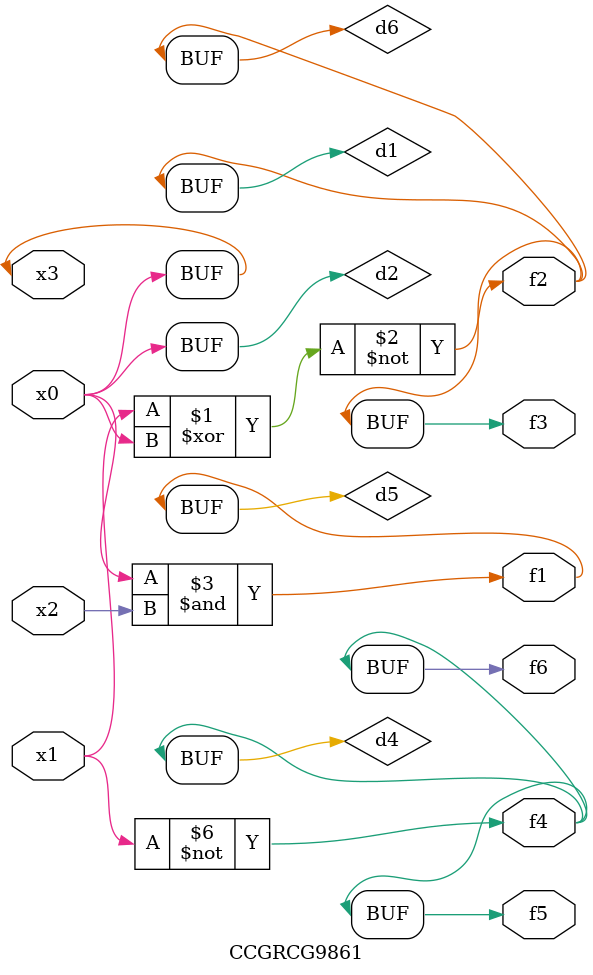
<source format=v>
module CCGRCG9861(
	input x0, x1, x2, x3,
	output f1, f2, f3, f4, f5, f6
);

	wire d1, d2, d3, d4, d5, d6;

	xnor (d1, x1, x3);
	buf (d2, x0, x3);
	nand (d3, x0, x2);
	not (d4, x1);
	nand (d5, d3);
	or (d6, d1);
	assign f1 = d5;
	assign f2 = d6;
	assign f3 = d6;
	assign f4 = d4;
	assign f5 = d4;
	assign f6 = d4;
endmodule

</source>
